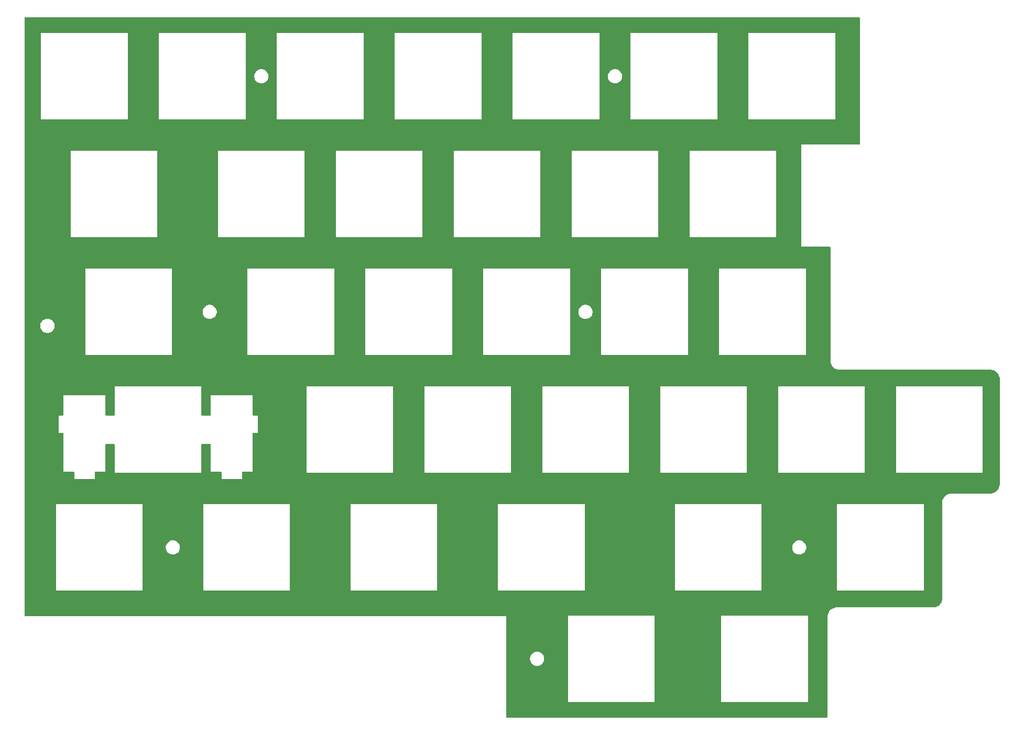
<source format=gbr>
%TF.GenerationSoftware,KiCad,Pcbnew,8.0.7*%
%TF.CreationDate,2025-08-07T20:29:42+02:00*%
%TF.ProjectId,plate6_sx,706c6174-6536-45f7-9378-2e6b69636164,rev?*%
%TF.SameCoordinates,Original*%
%TF.FileFunction,Copper,L1,Top*%
%TF.FilePolarity,Positive*%
%FSLAX46Y46*%
G04 Gerber Fmt 4.6, Leading zero omitted, Abs format (unit mm)*
G04 Created by KiCad (PCBNEW 8.0.7) date 2025-08-07 20:29:42*
%MOMM*%
%LPD*%
G01*
G04 APERTURE LIST*
G04 APERTURE END LIST*
%TA.AperFunction,NonConductor*%
G36*
X172602389Y-30159685D02*
G01*
X172648144Y-30212489D01*
X172659350Y-30264000D01*
X172659350Y-50541200D01*
X172639665Y-50608239D01*
X172586861Y-50653994D01*
X172535350Y-50665200D01*
X163134350Y-50665200D01*
X163134350Y-67239900D01*
X167773350Y-67239900D01*
X167840389Y-67259585D01*
X167886144Y-67312389D01*
X167897350Y-67363900D01*
X167897350Y-85615899D01*
X167899670Y-85733768D01*
X167936559Y-85966598D01*
X167936559Y-85966599D01*
X167991547Y-86135805D01*
X168009418Y-86190794D01*
X168065021Y-86299911D01*
X168116446Y-86400829D01*
X168255014Y-86591540D01*
X168421714Y-86758232D01*
X168612420Y-86896783D01*
X168612427Y-86896788D01*
X168822470Y-87003809D01*
X169046668Y-87076656D01*
X169279501Y-87113536D01*
X169344983Y-87114849D01*
X169397365Y-87115900D01*
X169397369Y-87115900D01*
X193727798Y-87115900D01*
X193730099Y-87115920D01*
X193838256Y-87117929D01*
X193855341Y-87119433D01*
X194070078Y-87153440D01*
X194088985Y-87157978D01*
X194294665Y-87224805D01*
X194312626Y-87232245D01*
X194505315Y-87330421D01*
X194521899Y-87340584D01*
X194696849Y-87467689D01*
X194711639Y-87480320D01*
X194864555Y-87633233D01*
X194877191Y-87648028D01*
X195004297Y-87822970D01*
X195014464Y-87839561D01*
X195112639Y-88032237D01*
X195120086Y-88050215D01*
X195186910Y-88255878D01*
X195191452Y-88274798D01*
X195225459Y-88489506D01*
X195226965Y-88506630D01*
X195228948Y-88614753D01*
X195228969Y-88617027D01*
X195228969Y-105629330D01*
X195228945Y-105631767D01*
X195226820Y-105739878D01*
X195225317Y-105756842D01*
X195191296Y-105971606D01*
X195186753Y-105990527D01*
X195119931Y-106196163D01*
X195112484Y-106214139D01*
X195014318Y-106406785D01*
X195004151Y-106423375D01*
X194877058Y-106598293D01*
X194864421Y-106613089D01*
X194711524Y-106765977D01*
X194696728Y-106778613D01*
X194521800Y-106905699D01*
X194505208Y-106915866D01*
X194312557Y-107014019D01*
X194294581Y-107021464D01*
X194088943Y-107088274D01*
X194070022Y-107092816D01*
X193855208Y-107126832D01*
X193838335Y-107128332D01*
X193733640Y-107130460D01*
X193730236Y-107130530D01*
X193727717Y-107130556D01*
X187446559Y-107130556D01*
X187334878Y-107132627D01*
X187328673Y-107132743D01*
X187328668Y-107132743D01*
X187095803Y-107169617D01*
X187095801Y-107169618D01*
X186871573Y-107242465D01*
X186669038Y-107345652D01*
X186661499Y-107349494D01*
X186566126Y-107418781D01*
X186470751Y-107488070D01*
X186304037Y-107654773D01*
X186239512Y-107743577D01*
X186165446Y-107845514D01*
X186165443Y-107845518D01*
X186165440Y-107845524D01*
X186058404Y-108055580D01*
X185985539Y-108279810D01*
X185948651Y-108512670D01*
X185948650Y-108512678D01*
X185946550Y-108630542D01*
X185946550Y-124064024D01*
X185946529Y-124066330D01*
X185944517Y-124174494D01*
X185943011Y-124191586D01*
X185909001Y-124406313D01*
X185904459Y-124425234D01*
X185837629Y-124630911D01*
X185830182Y-124648888D01*
X185732005Y-124841567D01*
X185721838Y-124858158D01*
X185594724Y-125033110D01*
X185582087Y-125047906D01*
X185429167Y-125200821D01*
X185414371Y-125213457D01*
X185239415Y-125340565D01*
X185222823Y-125350732D01*
X185030139Y-125448903D01*
X185012162Y-125456349D01*
X184806489Y-125523170D01*
X184787568Y-125527712D01*
X184572806Y-125561720D01*
X184555766Y-125563224D01*
X184447608Y-125565278D01*
X184445254Y-125565300D01*
X168937703Y-125565300D01*
X168819143Y-125566420D01*
X168819139Y-125566420D01*
X168745555Y-125577430D01*
X168584541Y-125601523D01*
X168584538Y-125601524D01*
X168584535Y-125601524D01*
X168358400Y-125673103D01*
X168358387Y-125673108D01*
X168146339Y-125779378D01*
X168146328Y-125779385D01*
X167953641Y-125917705D01*
X167953632Y-125917712D01*
X167785115Y-126084630D01*
X167785108Y-126084638D01*
X167644950Y-126276005D01*
X167644949Y-126276008D01*
X167536656Y-126487047D01*
X167462921Y-126712501D01*
X167462919Y-126712509D01*
X167425583Y-126946746D01*
X167425583Y-126946749D01*
X167423350Y-127065348D01*
X167423350Y-143240950D01*
X167403665Y-143307989D01*
X167350861Y-143353744D01*
X167299350Y-143364950D01*
X115609350Y-143364950D01*
X115542311Y-143345265D01*
X115496556Y-143292461D01*
X115485350Y-143240950D01*
X115485350Y-140865561D01*
X125485350Y-140865561D01*
X139485350Y-140865561D01*
X150235350Y-140865561D01*
X164235350Y-140865561D01*
X164235350Y-126865561D01*
X150235350Y-126865561D01*
X150235350Y-140865561D01*
X139485350Y-140865561D01*
X139485350Y-126865561D01*
X125485350Y-126865561D01*
X125485350Y-140865561D01*
X115485350Y-140865561D01*
X115485350Y-133759225D01*
X119337803Y-133759225D01*
X119337803Y-133971897D01*
X119376881Y-134180948D01*
X119453706Y-134379255D01*
X119453708Y-134379261D01*
X119565658Y-134560066D01*
X119565664Y-134560075D01*
X119708940Y-134717242D01*
X119878656Y-134845405D01*
X119976239Y-134893995D01*
X120069021Y-134940196D01*
X120069025Y-134940197D01*
X120069032Y-134940201D01*
X120273585Y-134998402D01*
X120485349Y-135018025D01*
X120485350Y-135018025D01*
X120485351Y-135018025D01*
X120555938Y-135011484D01*
X120697115Y-134998402D01*
X120901668Y-134940201D01*
X121092044Y-134845405D01*
X121261760Y-134717242D01*
X121405036Y-134560075D01*
X121516993Y-134379258D01*
X121593819Y-134180948D01*
X121632897Y-133971897D01*
X121635350Y-133865561D01*
X121632897Y-133759225D01*
X121593819Y-133550174D01*
X121516993Y-133351864D01*
X121405036Y-133171047D01*
X121261760Y-133013880D01*
X121092044Y-132885717D01*
X120901678Y-132790925D01*
X120901665Y-132790920D01*
X120832167Y-132771146D01*
X120697115Y-132732720D01*
X120591232Y-132722909D01*
X120485351Y-132713098D01*
X120485349Y-132713098D01*
X120273585Y-132732720D01*
X120069034Y-132790920D01*
X120069021Y-132790925D01*
X119878655Y-132885717D01*
X119708941Y-133013879D01*
X119708940Y-133013880D01*
X119565664Y-133171047D01*
X119565662Y-133171048D01*
X119565660Y-133171052D01*
X119565658Y-133171055D01*
X119453708Y-133351860D01*
X119453707Y-133351864D01*
X119376881Y-133550174D01*
X119337803Y-133759225D01*
X115485350Y-133759225D01*
X115485350Y-126988495D01*
X37784000Y-126988495D01*
X37716961Y-126968810D01*
X37671206Y-126916006D01*
X37660000Y-126864495D01*
X37660000Y-122865552D01*
X42740199Y-122865552D01*
X56740199Y-122865552D01*
X66552369Y-122865552D01*
X80552369Y-122865552D01*
X90366442Y-122865552D01*
X104366442Y-122865561D01*
X114177450Y-122865561D01*
X128177450Y-122865561D01*
X142752550Y-122865561D01*
X156752550Y-122865561D01*
X168946550Y-122865561D01*
X182946550Y-122865561D01*
X182946550Y-108865561D01*
X168946550Y-108865561D01*
X168946550Y-122865561D01*
X156752550Y-122865561D01*
X156752550Y-115759225D01*
X161702003Y-115759225D01*
X161702003Y-115971897D01*
X161741081Y-116180948D01*
X161817904Y-116379249D01*
X161817906Y-116379255D01*
X161817908Y-116379261D01*
X161929858Y-116560066D01*
X161929864Y-116560075D01*
X162073140Y-116717242D01*
X162242856Y-116845405D01*
X162340439Y-116893995D01*
X162433221Y-116940196D01*
X162433225Y-116940197D01*
X162433232Y-116940201D01*
X162637785Y-116998402D01*
X162849549Y-117018025D01*
X162849550Y-117018025D01*
X162849551Y-117018025D01*
X162920138Y-117011484D01*
X163061315Y-116998402D01*
X163265868Y-116940201D01*
X163456244Y-116845405D01*
X163625960Y-116717242D01*
X163769236Y-116560075D01*
X163881193Y-116379258D01*
X163958019Y-116180948D01*
X163997097Y-115971897D01*
X163999550Y-115865561D01*
X163997097Y-115759225D01*
X163958019Y-115550174D01*
X163881193Y-115351864D01*
X163881187Y-115351855D01*
X163769241Y-115171055D01*
X163769239Y-115171052D01*
X163769236Y-115171047D01*
X163625960Y-115013880D01*
X163456244Y-114885717D01*
X163456226Y-114885708D01*
X163265878Y-114790925D01*
X163265865Y-114790920D01*
X163196367Y-114771146D01*
X163061315Y-114732720D01*
X162955432Y-114722909D01*
X162849551Y-114713098D01*
X162849549Y-114713098D01*
X162637785Y-114732720D01*
X162433234Y-114790920D01*
X162433221Y-114790925D01*
X162242855Y-114885717D01*
X162073153Y-115013870D01*
X162073140Y-115013880D01*
X161929864Y-115171047D01*
X161929862Y-115171048D01*
X161929860Y-115171052D01*
X161929858Y-115171055D01*
X161817908Y-115351860D01*
X161817907Y-115351864D01*
X161741081Y-115550174D01*
X161702003Y-115759225D01*
X156752550Y-115759225D01*
X156752550Y-108865561D01*
X142752550Y-108865561D01*
X142752550Y-122865561D01*
X128177450Y-122865561D01*
X128177450Y-108865561D01*
X114177450Y-108865561D01*
X114177450Y-122865561D01*
X104366442Y-122865561D01*
X104366442Y-108865552D01*
X90366442Y-108865552D01*
X90366442Y-122865552D01*
X80552369Y-122865552D01*
X80552369Y-108865552D01*
X66552369Y-108865552D01*
X66552369Y-122865552D01*
X56740199Y-122865552D01*
X56740199Y-115759216D01*
X60498737Y-115759216D01*
X60498737Y-115971888D01*
X60537815Y-116180939D01*
X60614640Y-116379246D01*
X60614642Y-116379252D01*
X60614648Y-116379261D01*
X60726598Y-116560066D01*
X60869874Y-116717233D01*
X61039590Y-116845396D01*
X61137173Y-116893986D01*
X61229955Y-116940187D01*
X61229959Y-116940188D01*
X61229966Y-116940192D01*
X61434519Y-116998393D01*
X61646283Y-117018016D01*
X61646284Y-117018016D01*
X61646285Y-117018016D01*
X61716872Y-117011475D01*
X61858049Y-116998393D01*
X62062602Y-116940192D01*
X62252978Y-116845396D01*
X62422694Y-116717233D01*
X62565970Y-116560066D01*
X62677927Y-116379249D01*
X62754753Y-116180939D01*
X62793831Y-115971888D01*
X62796284Y-115865552D01*
X62793831Y-115759216D01*
X62754753Y-115550165D01*
X62677927Y-115351855D01*
X62565970Y-115171038D01*
X62422694Y-115013871D01*
X62252978Y-114885708D01*
X62062612Y-114790916D01*
X62062599Y-114790911D01*
X61993101Y-114771137D01*
X61858049Y-114732711D01*
X61752166Y-114722900D01*
X61646285Y-114713089D01*
X61646283Y-114713089D01*
X61434519Y-114732711D01*
X61229968Y-114790911D01*
X61229955Y-114790916D01*
X61039589Y-114885708D01*
X60869875Y-115013870D01*
X60869874Y-115013871D01*
X60726598Y-115171038D01*
X60726596Y-115171039D01*
X60726594Y-115171043D01*
X60726592Y-115171046D01*
X60614642Y-115351851D01*
X60614640Y-115351857D01*
X60614637Y-115351866D01*
X60537815Y-115550165D01*
X60498737Y-115759216D01*
X56740199Y-115759216D01*
X56740199Y-108865552D01*
X42740199Y-108865552D01*
X42740199Y-122865552D01*
X37660000Y-122865552D01*
X37660000Y-94516400D01*
X43165680Y-94516400D01*
X43165680Y-97315300D01*
X43867150Y-97315300D01*
X43934189Y-97334985D01*
X43979944Y-97387789D01*
X43991150Y-97439300D01*
X43991150Y-103585200D01*
X45592440Y-103585200D01*
X45659479Y-103604885D01*
X45705234Y-103657689D01*
X45716440Y-103709200D01*
X45716440Y-104785400D01*
X49015450Y-104785400D01*
X49015450Y-103709200D01*
X49035135Y-103642161D01*
X49087939Y-103596406D01*
X49139450Y-103585200D01*
X50740750Y-103585200D01*
X50740750Y-99238800D01*
X50760435Y-99171761D01*
X50813239Y-99126006D01*
X50864750Y-99114800D01*
X52142250Y-99114800D01*
X52209289Y-99134485D01*
X52255044Y-99187289D01*
X52266250Y-99238800D01*
X52266250Y-103815200D01*
X66265750Y-103815200D01*
X66265750Y-99238800D01*
X66285435Y-99171761D01*
X66338239Y-99126006D01*
X66389750Y-99114800D01*
X67667250Y-99114800D01*
X67734289Y-99134485D01*
X67780044Y-99187289D01*
X67791250Y-99238800D01*
X67791250Y-103585200D01*
X69391150Y-103585200D01*
X69458189Y-103604885D01*
X69503944Y-103657689D01*
X69515150Y-103709200D01*
X69515150Y-104785400D01*
X72815550Y-104785400D01*
X72815550Y-103815900D01*
X178470143Y-103815900D01*
X192468148Y-103817842D01*
X192470090Y-89818542D01*
X192470089Y-89818542D01*
X178470143Y-89818542D01*
X178470143Y-103815900D01*
X72815550Y-103815900D01*
X72815550Y-103815200D01*
X83222550Y-103815200D01*
X97221850Y-103815200D01*
X102272550Y-103815200D01*
X116271850Y-103815200D01*
X121322550Y-103815200D01*
X135321850Y-103815200D01*
X140372350Y-103815200D01*
X154372350Y-103815200D01*
X159422350Y-103815200D01*
X173422350Y-103815200D01*
X173422350Y-89815900D01*
X159422350Y-89815900D01*
X159422350Y-103815200D01*
X154372350Y-103815200D01*
X154372350Y-89815900D01*
X140372350Y-89815900D01*
X140372350Y-103815200D01*
X135321850Y-103815200D01*
X135321850Y-89815900D01*
X121322550Y-89815900D01*
X121322550Y-103815200D01*
X116271850Y-103815200D01*
X116271850Y-89815900D01*
X102272550Y-89815900D01*
X102272550Y-103815200D01*
X97221850Y-103815200D01*
X97221850Y-89815900D01*
X83222550Y-89815900D01*
X83222550Y-103815200D01*
X72815550Y-103815200D01*
X72815550Y-103709200D01*
X72835235Y-103642161D01*
X72888039Y-103596406D01*
X72939550Y-103585200D01*
X74540750Y-103585200D01*
X74540750Y-97439300D01*
X74560435Y-97372261D01*
X74613239Y-97326506D01*
X74664750Y-97315300D01*
X75366250Y-97315300D01*
X75366250Y-94516400D01*
X74664750Y-94516400D01*
X74597711Y-94496715D01*
X74551956Y-94443911D01*
X74540750Y-94392400D01*
X74540750Y-91286300D01*
X67791250Y-91286300D01*
X67791250Y-94392400D01*
X67771565Y-94459439D01*
X67718761Y-94505194D01*
X67667250Y-94516400D01*
X66389750Y-94516400D01*
X66322711Y-94496715D01*
X66276956Y-94443911D01*
X66265750Y-94392400D01*
X66265750Y-89815900D01*
X52266250Y-89815900D01*
X52266250Y-94392400D01*
X52246565Y-94459439D01*
X52193761Y-94505194D01*
X52142250Y-94516400D01*
X50864750Y-94516400D01*
X50797711Y-94496715D01*
X50751956Y-94443911D01*
X50740750Y-94392400D01*
X50740750Y-91286300D01*
X43991150Y-91286300D01*
X43991150Y-94392400D01*
X43971465Y-94459439D01*
X43918661Y-94505194D01*
X43867150Y-94516400D01*
X43165680Y-94516400D01*
X37660000Y-94516400D01*
X37660000Y-84765200D01*
X47502380Y-84765200D01*
X61503250Y-84765200D01*
X73697550Y-84765200D01*
X87696850Y-84765200D01*
X92747550Y-84765200D01*
X106746850Y-84765200D01*
X111797550Y-84765200D01*
X125796850Y-84765200D01*
X130847550Y-84765200D01*
X144847350Y-84765200D01*
X149897350Y-84765200D01*
X163897350Y-84765200D01*
X163897350Y-70765900D01*
X149897350Y-70765900D01*
X149897350Y-84765200D01*
X144847350Y-84765200D01*
X144847350Y-70765900D01*
X130847550Y-70765900D01*
X130847550Y-84765200D01*
X125796850Y-84765200D01*
X125796850Y-77659214D01*
X127174653Y-77659214D01*
X127174653Y-77871886D01*
X127213731Y-78080937D01*
X127290556Y-78279244D01*
X127290558Y-78279250D01*
X127402508Y-78460055D01*
X127402514Y-78460064D01*
X127545790Y-78617231D01*
X127715506Y-78745394D01*
X127813089Y-78793984D01*
X127905871Y-78840185D01*
X127905875Y-78840186D01*
X127905882Y-78840190D01*
X128110435Y-78898391D01*
X128322199Y-78918014D01*
X128322200Y-78918014D01*
X128322201Y-78918014D01*
X128392788Y-78911473D01*
X128533965Y-78898391D01*
X128738518Y-78840190D01*
X128928894Y-78745394D01*
X129098610Y-78617231D01*
X129241886Y-78460064D01*
X129353843Y-78279247D01*
X129430669Y-78080937D01*
X129469747Y-77871886D01*
X129472200Y-77765550D01*
X129469747Y-77659214D01*
X129430669Y-77450163D01*
X129353843Y-77251853D01*
X129241886Y-77071036D01*
X129098610Y-76913869D01*
X128928894Y-76785706D01*
X128738528Y-76690914D01*
X128738515Y-76690909D01*
X128669017Y-76671135D01*
X128533965Y-76632709D01*
X128428082Y-76622898D01*
X128322201Y-76613087D01*
X128322199Y-76613087D01*
X128110435Y-76632709D01*
X127905884Y-76690909D01*
X127905871Y-76690914D01*
X127715505Y-76785706D01*
X127545791Y-76913868D01*
X127545790Y-76913869D01*
X127402514Y-77071036D01*
X127402512Y-77071037D01*
X127402510Y-77071041D01*
X127402508Y-77071044D01*
X127290558Y-77251849D01*
X127290557Y-77251853D01*
X127213731Y-77450163D01*
X127174653Y-77659214D01*
X125796850Y-77659214D01*
X125796850Y-70765900D01*
X111797550Y-70765900D01*
X111797550Y-84765200D01*
X106746850Y-84765200D01*
X106746850Y-70765900D01*
X92747550Y-70765900D01*
X92747550Y-84765200D01*
X87696850Y-84765200D01*
X87696850Y-70765900D01*
X73697550Y-70765900D01*
X73697550Y-84765200D01*
X61503250Y-84765200D01*
X61503250Y-77659214D01*
X66452853Y-77659214D01*
X66452853Y-77871886D01*
X66491931Y-78080937D01*
X66568756Y-78279244D01*
X66568758Y-78279250D01*
X66680708Y-78460055D01*
X66680714Y-78460064D01*
X66823990Y-78617231D01*
X66993706Y-78745394D01*
X67091289Y-78793984D01*
X67184071Y-78840185D01*
X67184075Y-78840186D01*
X67184082Y-78840190D01*
X67388635Y-78898391D01*
X67600399Y-78918014D01*
X67600400Y-78918014D01*
X67600401Y-78918014D01*
X67670988Y-78911473D01*
X67812165Y-78898391D01*
X68016718Y-78840190D01*
X68207094Y-78745394D01*
X68376810Y-78617231D01*
X68520086Y-78460064D01*
X68632043Y-78279247D01*
X68708869Y-78080937D01*
X68747947Y-77871886D01*
X68750400Y-77765550D01*
X68747947Y-77659214D01*
X68708869Y-77450163D01*
X68632043Y-77251853D01*
X68520086Y-77071036D01*
X68376810Y-76913869D01*
X68207094Y-76785706D01*
X68016728Y-76690914D01*
X68016715Y-76690909D01*
X67947217Y-76671135D01*
X67812165Y-76632709D01*
X67706282Y-76622898D01*
X67600401Y-76613087D01*
X67600399Y-76613087D01*
X67388635Y-76632709D01*
X67184084Y-76690909D01*
X67184071Y-76690914D01*
X66993705Y-76785706D01*
X66823991Y-76913868D01*
X66823990Y-76913869D01*
X66680714Y-77071036D01*
X66680712Y-77071037D01*
X66680710Y-77071041D01*
X66680708Y-77071044D01*
X66568758Y-77251849D01*
X66568757Y-77251853D01*
X66491931Y-77450163D01*
X66452853Y-77659214D01*
X61503250Y-77659214D01*
X61503250Y-70765900D01*
X47502380Y-70765900D01*
X47502380Y-84765200D01*
X37660000Y-84765200D01*
X37660000Y-79915260D01*
X40233643Y-79915260D01*
X40233643Y-80127932D01*
X40272721Y-80336983D01*
X40349546Y-80535290D01*
X40349548Y-80535296D01*
X40461498Y-80716101D01*
X40461504Y-80716110D01*
X40604780Y-80873277D01*
X40774496Y-81001440D01*
X40872079Y-81050030D01*
X40964861Y-81096231D01*
X40964865Y-81096232D01*
X40964872Y-81096236D01*
X41169425Y-81154437D01*
X41381189Y-81174060D01*
X41381190Y-81174060D01*
X41381191Y-81174060D01*
X41451778Y-81167519D01*
X41592955Y-81154437D01*
X41797508Y-81096236D01*
X41987884Y-81001440D01*
X42157600Y-80873277D01*
X42300876Y-80716110D01*
X42412833Y-80535293D01*
X42489659Y-80336983D01*
X42528737Y-80127932D01*
X42531190Y-80021596D01*
X42528737Y-79915260D01*
X42489659Y-79706209D01*
X42412833Y-79507899D01*
X42300876Y-79327082D01*
X42157600Y-79169915D01*
X41987884Y-79041752D01*
X41797518Y-78946960D01*
X41797505Y-78946955D01*
X41728007Y-78927181D01*
X41592955Y-78888755D01*
X41487072Y-78878944D01*
X41381191Y-78869133D01*
X41381189Y-78869133D01*
X41169425Y-78888755D01*
X40964874Y-78946955D01*
X40964861Y-78946960D01*
X40774495Y-79041752D01*
X40604781Y-79169914D01*
X40604780Y-79169915D01*
X40461504Y-79327082D01*
X40461502Y-79327083D01*
X40461500Y-79327087D01*
X40461498Y-79327090D01*
X40349548Y-79507895D01*
X40349547Y-79507899D01*
X40272721Y-79706209D01*
X40233643Y-79915260D01*
X37660000Y-79915260D01*
X37660000Y-65715200D01*
X45122510Y-65715200D01*
X59122050Y-65715200D01*
X68935050Y-65715200D01*
X82934350Y-65715200D01*
X87985050Y-65715200D01*
X101984350Y-65715200D01*
X107035050Y-65715200D01*
X121034350Y-65715200D01*
X126085050Y-65715200D01*
X140084350Y-65715200D01*
X145135350Y-65715200D01*
X159134350Y-65715200D01*
X159134350Y-51715900D01*
X145135350Y-51715900D01*
X145135350Y-65715200D01*
X140084350Y-65715200D01*
X140084350Y-51715900D01*
X126085050Y-51715900D01*
X126085050Y-65715200D01*
X121034350Y-65715200D01*
X121034350Y-51715900D01*
X107035050Y-51715900D01*
X107035050Y-65715200D01*
X101984350Y-65715200D01*
X101984350Y-51715900D01*
X87985050Y-51715900D01*
X87985050Y-65715200D01*
X82934350Y-65715200D01*
X82934350Y-51715900D01*
X68935050Y-51715900D01*
X68935050Y-65715200D01*
X59122050Y-65715200D01*
X59122050Y-51715900D01*
X45122510Y-51715900D01*
X45122510Y-65715200D01*
X37660000Y-65715200D01*
X37660000Y-46665200D01*
X40360000Y-46665200D01*
X54359550Y-46665200D01*
X59410050Y-46665200D01*
X73409350Y-46665200D01*
X78460050Y-46665200D01*
X92459350Y-46665200D01*
X97510050Y-46665200D01*
X111509350Y-46665200D01*
X116560050Y-46665200D01*
X130559350Y-46665200D01*
X135608650Y-46665200D01*
X149609350Y-46665200D01*
X154658350Y-46665200D01*
X168659350Y-46665200D01*
X168659350Y-32666000D01*
X154658350Y-32666000D01*
X154658350Y-46665200D01*
X149609350Y-46665200D01*
X149609350Y-32666000D01*
X135608650Y-32666000D01*
X135608650Y-46665200D01*
X130559350Y-46665200D01*
X130559350Y-39559264D01*
X131936453Y-39559264D01*
X131936453Y-39771936D01*
X131975531Y-39980987D01*
X132052356Y-40179294D01*
X132052358Y-40179300D01*
X132164308Y-40360105D01*
X132164314Y-40360114D01*
X132307590Y-40517281D01*
X132477306Y-40645444D01*
X132574889Y-40694034D01*
X132667671Y-40740235D01*
X132667675Y-40740236D01*
X132667682Y-40740240D01*
X132872235Y-40798441D01*
X133083999Y-40818064D01*
X133084000Y-40818064D01*
X133084001Y-40818064D01*
X133154588Y-40811523D01*
X133295765Y-40798441D01*
X133500318Y-40740240D01*
X133690694Y-40645444D01*
X133860410Y-40517281D01*
X134003686Y-40360114D01*
X134115643Y-40179297D01*
X134192469Y-39980987D01*
X134231547Y-39771936D01*
X134234000Y-39665600D01*
X134231547Y-39559264D01*
X134192469Y-39350213D01*
X134115643Y-39151903D01*
X134003686Y-38971086D01*
X133860410Y-38813919D01*
X133690694Y-38685756D01*
X133500328Y-38590964D01*
X133500315Y-38590959D01*
X133430817Y-38571185D01*
X133295765Y-38532759D01*
X133189882Y-38522948D01*
X133084001Y-38513137D01*
X133083999Y-38513137D01*
X132872235Y-38532759D01*
X132667684Y-38590959D01*
X132667671Y-38590964D01*
X132477305Y-38685756D01*
X132307591Y-38813918D01*
X132307590Y-38813919D01*
X132164314Y-38971086D01*
X132164312Y-38971087D01*
X132164310Y-38971091D01*
X132164308Y-38971094D01*
X132052358Y-39151899D01*
X132052357Y-39151903D01*
X131975531Y-39350213D01*
X131936453Y-39559264D01*
X130559350Y-39559264D01*
X130559350Y-32666000D01*
X116560050Y-32666000D01*
X116560050Y-46665200D01*
X111509350Y-46665200D01*
X111509350Y-32666000D01*
X97510050Y-32666000D01*
X97510050Y-46665200D01*
X92459350Y-46665200D01*
X92459350Y-32666000D01*
X78460050Y-32666000D01*
X78460050Y-46665200D01*
X73409350Y-46665200D01*
X73409350Y-39559264D01*
X74787153Y-39559264D01*
X74787153Y-39771936D01*
X74826231Y-39980987D01*
X74903056Y-40179294D01*
X74903058Y-40179300D01*
X75015008Y-40360105D01*
X75015014Y-40360114D01*
X75158290Y-40517281D01*
X75328006Y-40645444D01*
X75425589Y-40694034D01*
X75518371Y-40740235D01*
X75518375Y-40740236D01*
X75518382Y-40740240D01*
X75722935Y-40798441D01*
X75934699Y-40818064D01*
X75934700Y-40818064D01*
X75934701Y-40818064D01*
X76005288Y-40811523D01*
X76146465Y-40798441D01*
X76351018Y-40740240D01*
X76541394Y-40645444D01*
X76711110Y-40517281D01*
X76854386Y-40360114D01*
X76966343Y-40179297D01*
X77043169Y-39980987D01*
X77082247Y-39771936D01*
X77084700Y-39665600D01*
X77082247Y-39559264D01*
X77043169Y-39350213D01*
X76966343Y-39151903D01*
X76854386Y-38971086D01*
X76711110Y-38813919D01*
X76541394Y-38685756D01*
X76351028Y-38590964D01*
X76351015Y-38590959D01*
X76281517Y-38571185D01*
X76146465Y-38532759D01*
X76040582Y-38522948D01*
X75934701Y-38513137D01*
X75934699Y-38513137D01*
X75722935Y-38532759D01*
X75518384Y-38590959D01*
X75518371Y-38590964D01*
X75328005Y-38685756D01*
X75158291Y-38813918D01*
X75158290Y-38813919D01*
X75015014Y-38971086D01*
X75015012Y-38971087D01*
X75015010Y-38971091D01*
X75015008Y-38971094D01*
X74903058Y-39151899D01*
X74903057Y-39151903D01*
X74826231Y-39350213D01*
X74787153Y-39559264D01*
X73409350Y-39559264D01*
X73409350Y-32666000D01*
X59410050Y-32666000D01*
X59410050Y-46665200D01*
X54359550Y-46665200D01*
X54359550Y-32666000D01*
X40360000Y-32666000D01*
X40360000Y-46665200D01*
X37660000Y-46665200D01*
X37660000Y-30264000D01*
X37679685Y-30196961D01*
X37732489Y-30151206D01*
X37784000Y-30140000D01*
X172535350Y-30140000D01*
X172602389Y-30159685D01*
G37*
%TD.AperFunction*%
M02*

</source>
